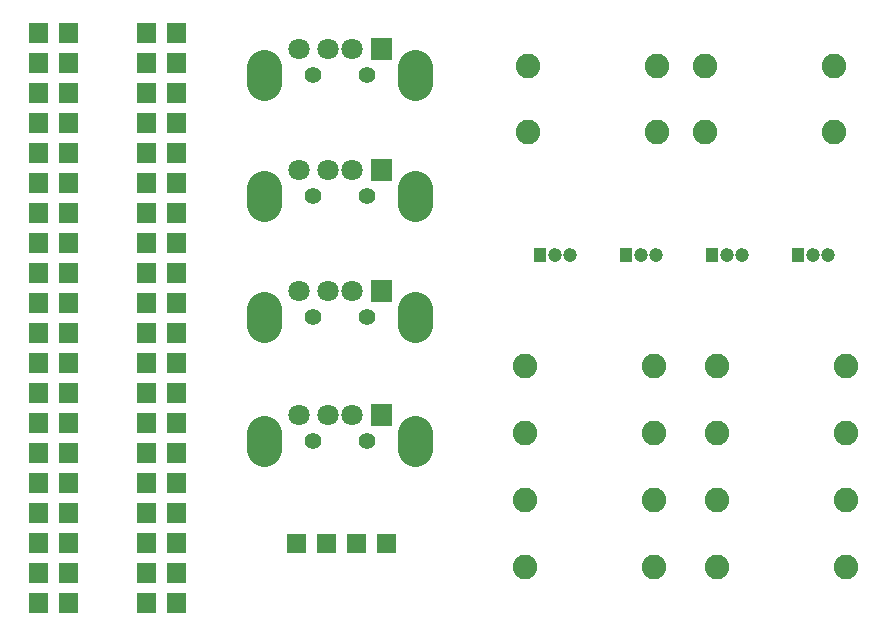
<source format=gbs>
G04 Layer: BottomSolderMaskLayer*
G04 EasyEDA v6.1.52, Thu, 01 Aug 2019 06:05:33 GMT*
G04 f60d05b6395e48559c91cf0b566a12eb,598dfe23a16d4e9298856295ca50c1c7,10*
G04 Gerber Generator version 0.2*
G04 Scale: 100 percent, Rotated: No, Reflected: No *
G04 Dimensions in inches *
G04 leading zeros omitted , absolute positions ,2 integer and 4 decimal *
%FSLAX24Y24*%
%MOIN*%
G90*
G70D02*

%ADD27C,0.118240*%
%ADD28R,0.040000X0.046000*%
%ADD29C,0.047000*%
%ADD30C,0.082000*%
%ADD32C,0.070990*%
%ADD33C,0.055240*%

%LPD*%
G54D27*
G01X8600Y5924D02*
G01X8600Y6475D01*
G01X13636Y5927D02*
G01X13636Y6478D01*
G01X8600Y10057D02*
G01X8600Y10608D01*
G01X13636Y10060D02*
G01X13636Y10611D01*
G01X8600Y14091D02*
G01X8600Y14642D01*
G01X13636Y14093D02*
G01X13636Y14645D01*
G01X8600Y18124D02*
G01X8600Y18675D01*
G01X13636Y18127D02*
G01X13636Y18678D01*
G54D28*
G01X17800Y12400D03*
G54D29*
G01X18300Y12400D03*
G01X18800Y12400D03*
G54D28*
G01X20666Y12400D03*
G54D29*
G01X21166Y12400D03*
G01X21666Y12400D03*
G54D28*
G01X26400Y12400D03*
G54D29*
G01X26900Y12400D03*
G01X27400Y12400D03*
G54D28*
G01X23533Y12400D03*
G54D29*
G01X24033Y12400D03*
G01X24533Y12400D03*
G54D30*
G01X17300Y2000D03*
G01X21600Y2000D03*
G01X17300Y4233D03*
G01X21600Y4233D03*
G01X17300Y6466D03*
G01X21600Y6466D03*
G01X17300Y8700D03*
G01X21600Y8700D03*
G01X28000Y2000D03*
G01X23700Y2000D03*
G01X28000Y4233D03*
G01X23700Y4233D03*
G01X28000Y6466D03*
G01X23700Y6466D03*
G01X28000Y8700D03*
G01X23700Y8700D03*
G01X21700Y18700D03*
G01X17400Y18700D03*
G01X27600Y18700D03*
G01X23300Y18700D03*
G01X27600Y16500D03*
G01X23300Y16500D03*
G01X21700Y16500D03*
G01X17400Y16500D03*
G36*
G01X12160Y6711D02*
G01X12160Y7421D01*
G01X12869Y7421D01*
G01X12869Y6711D01*
G01X12160Y6711D01*
G37*
G54D32*
G01X11530Y7067D03*
G01X9758Y7067D03*
G01X10742Y7067D03*
G54D33*
G01X12036Y6202D03*
G01X10236Y6202D03*
G36*
G01X12160Y10846D02*
G01X12160Y11555D01*
G01X12869Y11555D01*
G01X12869Y10846D01*
G01X12160Y10846D01*
G37*
G54D32*
G01X11530Y11200D03*
G01X9758Y11200D03*
G01X10742Y11200D03*
G54D33*
G01X12036Y10336D03*
G01X10236Y10336D03*
G36*
G01X12160Y14878D02*
G01X12160Y15588D01*
G01X12869Y15588D01*
G01X12869Y14878D01*
G01X12160Y14878D01*
G37*
G54D32*
G01X11530Y15233D03*
G01X9758Y15233D03*
G01X10742Y15233D03*
G54D33*
G01X12036Y14369D03*
G01X10236Y14369D03*
G36*
G01X12160Y18911D02*
G01X12160Y19621D01*
G01X12869Y19621D01*
G01X12869Y18911D01*
G01X12160Y18911D01*
G37*
G54D32*
G01X11530Y19267D03*
G01X9758Y19267D03*
G01X10742Y19267D03*
G54D33*
G01X12036Y18402D03*
G01X10236Y18402D03*
G36*
G01X5381Y482D02*
G01X5381Y1119D01*
G01X6018Y1119D01*
G01X6018Y482D01*
G01X5381Y482D01*
G37*
G36*
G01X4380Y482D02*
G01X4380Y1119D01*
G01X5018Y1119D01*
G01X5018Y482D01*
G01X4380Y482D01*
G37*
G36*
G01X5381Y1482D02*
G01X5381Y2119D01*
G01X6018Y2119D01*
G01X6018Y1482D01*
G01X5381Y1482D01*
G37*
G36*
G01X4380Y1482D02*
G01X4380Y2119D01*
G01X5018Y2119D01*
G01X5018Y1482D01*
G01X4380Y1482D01*
G37*
G36*
G01X5381Y2482D02*
G01X5381Y3119D01*
G01X6018Y3119D01*
G01X6018Y2482D01*
G01X5381Y2482D01*
G37*
G36*
G01X4380Y2482D02*
G01X4380Y3119D01*
G01X5018Y3119D01*
G01X5018Y2482D01*
G01X4380Y2482D01*
G37*
G36*
G01X5381Y3482D02*
G01X5381Y4119D01*
G01X6018Y4119D01*
G01X6018Y3482D01*
G01X5381Y3482D01*
G37*
G36*
G01X4380Y3482D02*
G01X4380Y4119D01*
G01X5018Y4119D01*
G01X5018Y3482D01*
G01X4380Y3482D01*
G37*
G36*
G01X5381Y4482D02*
G01X5381Y5119D01*
G01X6018Y5119D01*
G01X6018Y4482D01*
G01X5381Y4482D01*
G37*
G36*
G01X4380Y4482D02*
G01X4380Y5119D01*
G01X5018Y5119D01*
G01X5018Y4482D01*
G01X4380Y4482D01*
G37*
G36*
G01X5381Y5482D02*
G01X5381Y6119D01*
G01X6018Y6119D01*
G01X6018Y5482D01*
G01X5381Y5482D01*
G37*
G36*
G01X4380Y5482D02*
G01X4380Y6119D01*
G01X5018Y6119D01*
G01X5018Y5482D01*
G01X4380Y5482D01*
G37*
G36*
G01X5381Y6482D02*
G01X5381Y7119D01*
G01X6018Y7119D01*
G01X6018Y6482D01*
G01X5381Y6482D01*
G37*
G36*
G01X4380Y6482D02*
G01X4380Y7119D01*
G01X5018Y7119D01*
G01X5018Y6482D01*
G01X4380Y6482D01*
G37*
G36*
G01X5381Y7482D02*
G01X5381Y8119D01*
G01X6018Y8119D01*
G01X6018Y7482D01*
G01X5381Y7482D01*
G37*
G36*
G01X4380Y7482D02*
G01X4380Y8119D01*
G01X5018Y8119D01*
G01X5018Y7482D01*
G01X4380Y7482D01*
G37*
G36*
G01X5381Y8482D02*
G01X5381Y9119D01*
G01X6018Y9119D01*
G01X6018Y8482D01*
G01X5381Y8482D01*
G37*
G36*
G01X4380Y8482D02*
G01X4380Y9119D01*
G01X5018Y9119D01*
G01X5018Y8482D01*
G01X4380Y8482D01*
G37*
G36*
G01X5381Y9482D02*
G01X5381Y10119D01*
G01X6018Y10119D01*
G01X6018Y9482D01*
G01X5381Y9482D01*
G37*
G36*
G01X4380Y9482D02*
G01X4380Y10119D01*
G01X5018Y10119D01*
G01X5018Y9482D01*
G01X4380Y9482D01*
G37*
G36*
G01X5381Y10482D02*
G01X5381Y11119D01*
G01X6018Y11119D01*
G01X6018Y10482D01*
G01X5381Y10482D01*
G37*
G36*
G01X4380Y10482D02*
G01X4380Y11119D01*
G01X5018Y11119D01*
G01X5018Y10482D01*
G01X4380Y10482D01*
G37*
G36*
G01X5381Y11482D02*
G01X5381Y12119D01*
G01X6018Y12119D01*
G01X6018Y11482D01*
G01X5381Y11482D01*
G37*
G36*
G01X4380Y11482D02*
G01X4380Y12119D01*
G01X5018Y12119D01*
G01X5018Y11482D01*
G01X4380Y11482D01*
G37*
G36*
G01X5381Y12482D02*
G01X5381Y13119D01*
G01X6018Y13119D01*
G01X6018Y12482D01*
G01X5381Y12482D01*
G37*
G36*
G01X4380Y12482D02*
G01X4380Y13119D01*
G01X5018Y13119D01*
G01X5018Y12482D01*
G01X4380Y12482D01*
G37*
G36*
G01X5381Y13482D02*
G01X5381Y14119D01*
G01X6018Y14119D01*
G01X6018Y13482D01*
G01X5381Y13482D01*
G37*
G36*
G01X4380Y13482D02*
G01X4380Y14119D01*
G01X5018Y14119D01*
G01X5018Y13482D01*
G01X4380Y13482D01*
G37*
G36*
G01X5381Y14482D02*
G01X5381Y15119D01*
G01X6018Y15119D01*
G01X6018Y14482D01*
G01X5381Y14482D01*
G37*
G36*
G01X4380Y14482D02*
G01X4380Y15119D01*
G01X5018Y15119D01*
G01X5018Y14482D01*
G01X4380Y14482D01*
G37*
G36*
G01X5381Y15482D02*
G01X5381Y16119D01*
G01X6018Y16119D01*
G01X6018Y15482D01*
G01X5381Y15482D01*
G37*
G36*
G01X4380Y15482D02*
G01X4380Y16119D01*
G01X5018Y16119D01*
G01X5018Y15482D01*
G01X4380Y15482D01*
G37*
G36*
G01X5381Y16482D02*
G01X5381Y17119D01*
G01X6018Y17119D01*
G01X6018Y16482D01*
G01X5381Y16482D01*
G37*
G36*
G01X4380Y16482D02*
G01X4380Y17119D01*
G01X5018Y17119D01*
G01X5018Y16482D01*
G01X4380Y16482D01*
G37*
G36*
G01X5381Y17482D02*
G01X5381Y18119D01*
G01X6018Y18119D01*
G01X6018Y17482D01*
G01X5381Y17482D01*
G37*
G36*
G01X4380Y17482D02*
G01X4380Y18119D01*
G01X5018Y18119D01*
G01X5018Y17482D01*
G01X4380Y17482D01*
G37*
G36*
G01X5381Y18482D02*
G01X5381Y19119D01*
G01X6018Y19119D01*
G01X6018Y18482D01*
G01X5381Y18482D01*
G37*
G36*
G01X4380Y18482D02*
G01X4380Y19119D01*
G01X5018Y19119D01*
G01X5018Y18482D01*
G01X4380Y18482D01*
G37*
G36*
G01X5381Y19482D02*
G01X5381Y20119D01*
G01X6018Y20119D01*
G01X6018Y19482D01*
G01X5381Y19482D01*
G37*
G36*
G01X4380Y19482D02*
G01X4380Y20119D01*
G01X5018Y20119D01*
G01X5018Y19482D01*
G01X4380Y19482D01*
G37*
G36*
G01X1780Y482D02*
G01X1780Y1119D01*
G01X2417Y1119D01*
G01X2417Y482D01*
G01X1780Y482D01*
G37*
G36*
G01X780Y482D02*
G01X780Y1119D01*
G01X1417Y1119D01*
G01X1417Y482D01*
G01X780Y482D01*
G37*
G36*
G01X1780Y1482D02*
G01X1780Y2119D01*
G01X2417Y2119D01*
G01X2417Y1482D01*
G01X1780Y1482D01*
G37*
G36*
G01X780Y1482D02*
G01X780Y2119D01*
G01X1417Y2119D01*
G01X1417Y1482D01*
G01X780Y1482D01*
G37*
G36*
G01X1780Y2482D02*
G01X1780Y3119D01*
G01X2417Y3119D01*
G01X2417Y2482D01*
G01X1780Y2482D01*
G37*
G36*
G01X780Y2482D02*
G01X780Y3119D01*
G01X1417Y3119D01*
G01X1417Y2482D01*
G01X780Y2482D01*
G37*
G36*
G01X1780Y3482D02*
G01X1780Y4119D01*
G01X2417Y4119D01*
G01X2417Y3482D01*
G01X1780Y3482D01*
G37*
G36*
G01X780Y3482D02*
G01X780Y4119D01*
G01X1417Y4119D01*
G01X1417Y3482D01*
G01X780Y3482D01*
G37*
G36*
G01X1780Y4482D02*
G01X1780Y5119D01*
G01X2417Y5119D01*
G01X2417Y4482D01*
G01X1780Y4482D01*
G37*
G36*
G01X780Y4482D02*
G01X780Y5119D01*
G01X1417Y5119D01*
G01X1417Y4482D01*
G01X780Y4482D01*
G37*
G36*
G01X1780Y5482D02*
G01X1780Y6119D01*
G01X2417Y6119D01*
G01X2417Y5482D01*
G01X1780Y5482D01*
G37*
G36*
G01X780Y5482D02*
G01X780Y6119D01*
G01X1417Y6119D01*
G01X1417Y5482D01*
G01X780Y5482D01*
G37*
G36*
G01X1780Y6482D02*
G01X1780Y7119D01*
G01X2417Y7119D01*
G01X2417Y6482D01*
G01X1780Y6482D01*
G37*
G36*
G01X780Y6482D02*
G01X780Y7119D01*
G01X1417Y7119D01*
G01X1417Y6482D01*
G01X780Y6482D01*
G37*
G36*
G01X1780Y7482D02*
G01X1780Y8119D01*
G01X2417Y8119D01*
G01X2417Y7482D01*
G01X1780Y7482D01*
G37*
G36*
G01X780Y7482D02*
G01X780Y8119D01*
G01X1417Y8119D01*
G01X1417Y7482D01*
G01X780Y7482D01*
G37*
G36*
G01X1780Y8482D02*
G01X1780Y9119D01*
G01X2417Y9119D01*
G01X2417Y8482D01*
G01X1780Y8482D01*
G37*
G36*
G01X780Y8482D02*
G01X780Y9119D01*
G01X1417Y9119D01*
G01X1417Y8482D01*
G01X780Y8482D01*
G37*
G36*
G01X1780Y9482D02*
G01X1780Y10119D01*
G01X2417Y10119D01*
G01X2417Y9482D01*
G01X1780Y9482D01*
G37*
G36*
G01X780Y9482D02*
G01X780Y10119D01*
G01X1417Y10119D01*
G01X1417Y9482D01*
G01X780Y9482D01*
G37*
G36*
G01X1780Y10482D02*
G01X1780Y11119D01*
G01X2417Y11119D01*
G01X2417Y10482D01*
G01X1780Y10482D01*
G37*
G36*
G01X780Y10482D02*
G01X780Y11119D01*
G01X1417Y11119D01*
G01X1417Y10482D01*
G01X780Y10482D01*
G37*
G36*
G01X1780Y11482D02*
G01X1780Y12119D01*
G01X2417Y12119D01*
G01X2417Y11482D01*
G01X1780Y11482D01*
G37*
G36*
G01X780Y11482D02*
G01X780Y12119D01*
G01X1417Y12119D01*
G01X1417Y11482D01*
G01X780Y11482D01*
G37*
G36*
G01X1780Y12482D02*
G01X1780Y13119D01*
G01X2417Y13119D01*
G01X2417Y12482D01*
G01X1780Y12482D01*
G37*
G36*
G01X780Y12482D02*
G01X780Y13119D01*
G01X1417Y13119D01*
G01X1417Y12482D01*
G01X780Y12482D01*
G37*
G36*
G01X1780Y13482D02*
G01X1780Y14119D01*
G01X2417Y14119D01*
G01X2417Y13482D01*
G01X1780Y13482D01*
G37*
G36*
G01X780Y13482D02*
G01X780Y14119D01*
G01X1417Y14119D01*
G01X1417Y13482D01*
G01X780Y13482D01*
G37*
G36*
G01X1780Y14482D02*
G01X1780Y15119D01*
G01X2417Y15119D01*
G01X2417Y14482D01*
G01X1780Y14482D01*
G37*
G36*
G01X780Y14482D02*
G01X780Y15119D01*
G01X1417Y15119D01*
G01X1417Y14482D01*
G01X780Y14482D01*
G37*
G36*
G01X1780Y15482D02*
G01X1780Y16119D01*
G01X2417Y16119D01*
G01X2417Y15482D01*
G01X1780Y15482D01*
G37*
G36*
G01X780Y15482D02*
G01X780Y16119D01*
G01X1417Y16119D01*
G01X1417Y15482D01*
G01X780Y15482D01*
G37*
G36*
G01X1780Y16482D02*
G01X1780Y17119D01*
G01X2417Y17119D01*
G01X2417Y16482D01*
G01X1780Y16482D01*
G37*
G36*
G01X780Y16482D02*
G01X780Y17119D01*
G01X1417Y17119D01*
G01X1417Y16482D01*
G01X780Y16482D01*
G37*
G36*
G01X1780Y17482D02*
G01X1780Y18119D01*
G01X2417Y18119D01*
G01X2417Y17482D01*
G01X1780Y17482D01*
G37*
G36*
G01X780Y17482D02*
G01X780Y18119D01*
G01X1417Y18119D01*
G01X1417Y17482D01*
G01X780Y17482D01*
G37*
G36*
G01X1780Y18482D02*
G01X1780Y19119D01*
G01X2417Y19119D01*
G01X2417Y18482D01*
G01X1780Y18482D01*
G37*
G36*
G01X780Y18482D02*
G01X780Y19119D01*
G01X1417Y19119D01*
G01X1417Y18482D01*
G01X780Y18482D01*
G37*
G36*
G01X1780Y19482D02*
G01X1780Y20119D01*
G01X2417Y20119D01*
G01X2417Y19482D01*
G01X1780Y19482D01*
G37*
G36*
G01X780Y19482D02*
G01X780Y20119D01*
G01X1417Y20119D01*
G01X1417Y19482D01*
G01X780Y19482D01*
G37*
G36*
G01X9381Y2480D02*
G01X9381Y3117D01*
G01X10018Y3117D01*
G01X10018Y2480D01*
G01X9381Y2480D01*
G37*
G36*
G01X10381Y2480D02*
G01X10381Y3117D01*
G01X11018Y3117D01*
G01X11018Y2480D01*
G01X10381Y2480D01*
G37*
G36*
G01X11381Y2480D02*
G01X11381Y3117D01*
G01X12018Y3117D01*
G01X12018Y2480D01*
G01X11381Y2480D01*
G37*
G36*
G01X12381Y2480D02*
G01X12381Y3117D01*
G01X13018Y3117D01*
G01X13018Y2480D01*
G01X12381Y2480D01*
G37*
M00*
M02*

</source>
